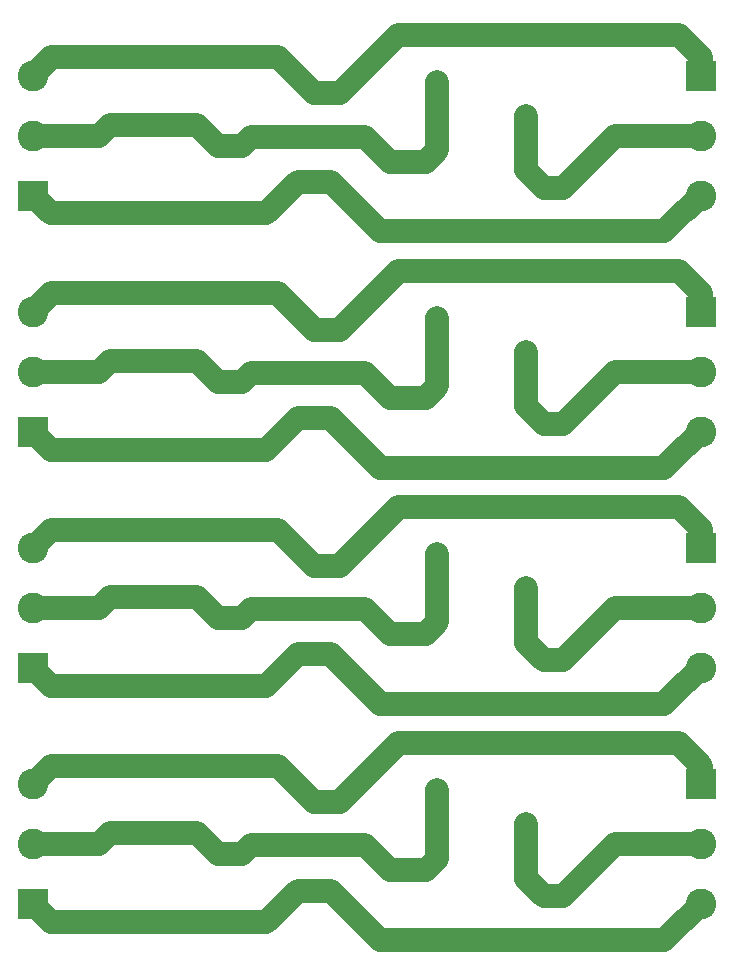
<source format=gbr>
G04 #@! TF.GenerationSoftware,KiCad,Pcbnew,5.1.5+dfsg1-2build2*
G04 #@! TF.CreationDate,2021-09-07T20:18:59-05:00*
G04 #@! TF.ProjectId,,58585858-5858-4585-9858-585858585858,rev?*
G04 #@! TF.SameCoordinates,Original*
G04 #@! TF.FileFunction,Copper,L2,Bot*
G04 #@! TF.FilePolarity,Positive*
%FSLAX46Y46*%
G04 Gerber Fmt 4.6, Leading zero omitted, Abs format (unit mm)*
G04 Created by KiCad (PCBNEW 5.1.5+dfsg1-2build2) date 2021-09-07 20:18:59*
%MOMM*%
%LPD*%
G04 APERTURE LIST*
%ADD10C,1.800000*%
%ADD11R,2.600000X2.600000*%
%ADD12C,2.600000*%
%ADD13C,2.000000*%
%ADD14C,2.000000*%
G04 APERTURE END LIST*
D10*
X149479000Y-90861000D03*
X148079000Y-98361000D03*
X149479000Y-70861000D03*
X148079000Y-78361000D03*
X149479000Y-50861000D03*
X148079000Y-58361000D03*
D11*
X125657000Y-99515000D03*
D12*
X125657000Y-94435000D03*
X125657000Y-89355000D03*
D11*
X125657000Y-79515000D03*
D12*
X125657000Y-74435000D03*
X125657000Y-69355000D03*
D11*
X125657000Y-59515000D03*
D12*
X125657000Y-54435000D03*
X125657000Y-49355000D03*
D10*
X134407000Y-101021000D03*
X135807000Y-93521000D03*
X134407000Y-81021000D03*
X135807000Y-73521000D03*
X134407000Y-61021000D03*
X135807000Y-53521000D03*
X141307000Y-95306000D03*
X142707000Y-87806000D03*
X141307000Y-75306000D03*
X142707000Y-67806000D03*
X141307000Y-55306000D03*
X142707000Y-47806000D03*
X167407000Y-92766000D03*
X159907000Y-89866000D03*
X167407000Y-72766000D03*
X159907000Y-69866000D03*
X167407000Y-52766000D03*
X159907000Y-49866000D03*
D13*
X168907000Y-98862000D03*
X158907000Y-96662000D03*
X168907000Y-78862000D03*
X158907000Y-76662000D03*
X168907000Y-58862000D03*
X158907000Y-56662000D03*
D11*
X182207000Y-89355000D03*
D12*
X182207000Y-94435000D03*
X182207000Y-99515000D03*
D11*
X182207000Y-69355000D03*
D12*
X182207000Y-74435000D03*
X182207000Y-79515000D03*
D11*
X182207000Y-49355000D03*
D12*
X182207000Y-54435000D03*
X182207000Y-59515000D03*
D10*
X148079000Y-38361000D03*
X149479000Y-30861000D03*
X142707000Y-27806000D03*
X141307000Y-35306000D03*
X135807000Y-33521000D03*
X134407000Y-41021000D03*
X159907000Y-29866000D03*
X167407000Y-32766000D03*
D13*
X158907000Y-36662000D03*
X168907000Y-38862000D03*
D12*
X182207000Y-39515000D03*
X182207000Y-34435000D03*
D11*
X182207000Y-29355000D03*
D12*
X125657000Y-29355000D03*
X125657000Y-34435000D03*
D11*
X125657000Y-39515000D03*
D14*
X127206000Y-27806000D02*
X125657000Y-29355000D01*
X142707000Y-27806000D02*
X127206000Y-27806000D01*
X146424000Y-27806000D02*
X149479000Y-30861000D01*
X142707000Y-27806000D02*
X146424000Y-27806000D01*
X182207000Y-29355000D02*
X182207000Y-27775000D01*
X182207000Y-27775000D02*
X180340000Y-25908000D01*
X180340000Y-25908000D02*
X156591000Y-25908000D01*
X151638000Y-30861000D02*
X149479000Y-30861000D01*
X156591000Y-25908000D02*
X151638000Y-30861000D01*
X127206000Y-47806000D02*
X125657000Y-49355000D01*
X127206000Y-67806000D02*
X125657000Y-69355000D01*
X127206000Y-87806000D02*
X125657000Y-89355000D01*
X182207000Y-47775000D02*
X180340000Y-45908000D01*
X182207000Y-67775000D02*
X180340000Y-65908000D01*
X182207000Y-87775000D02*
X180340000Y-85908000D01*
X151638000Y-50861000D02*
X149479000Y-50861000D01*
X151638000Y-70861000D02*
X149479000Y-70861000D01*
X151638000Y-90861000D02*
X149479000Y-90861000D01*
X156591000Y-45908000D02*
X151638000Y-50861000D01*
X156591000Y-65908000D02*
X151638000Y-70861000D01*
X156591000Y-85908000D02*
X151638000Y-90861000D01*
X142707000Y-47806000D02*
X127206000Y-47806000D01*
X142707000Y-67806000D02*
X127206000Y-67806000D01*
X142707000Y-87806000D02*
X127206000Y-87806000D01*
X180340000Y-45908000D02*
X156591000Y-45908000D01*
X180340000Y-65908000D02*
X156591000Y-65908000D01*
X180340000Y-85908000D02*
X156591000Y-85908000D01*
X182207000Y-49355000D02*
X182207000Y-47775000D01*
X182207000Y-69355000D02*
X182207000Y-67775000D01*
X182207000Y-89355000D02*
X182207000Y-87775000D01*
X146424000Y-47806000D02*
X149479000Y-50861000D01*
X146424000Y-67806000D02*
X149479000Y-70861000D01*
X146424000Y-87806000D02*
X149479000Y-90861000D01*
X142707000Y-47806000D02*
X146424000Y-47806000D01*
X142707000Y-67806000D02*
X146424000Y-67806000D01*
X142707000Y-87806000D02*
X146424000Y-87806000D01*
X125657000Y-34435000D02*
X131300000Y-34435000D01*
X132214000Y-33521000D02*
X135807000Y-33521000D01*
X131300000Y-34435000D02*
X132214000Y-33521000D01*
X139522000Y-33521000D02*
X141307000Y-35306000D01*
X135807000Y-33521000D02*
X139522000Y-33521000D01*
X141307000Y-35306000D02*
X143383000Y-35306000D01*
X143383000Y-35306000D02*
X144145000Y-34544000D01*
X144145000Y-34544000D02*
X153797000Y-34544000D01*
X155915000Y-36662000D02*
X158907000Y-36662000D01*
X153797000Y-34544000D02*
X155915000Y-36662000D01*
X159907000Y-35662000D02*
X158907000Y-36662000D01*
X159907000Y-29866000D02*
X159907000Y-35662000D01*
X144145000Y-54544000D02*
X153797000Y-54544000D01*
X144145000Y-74544000D02*
X153797000Y-74544000D01*
X144145000Y-94544000D02*
X153797000Y-94544000D01*
X131300000Y-54435000D02*
X132214000Y-53521000D01*
X131300000Y-74435000D02*
X132214000Y-73521000D01*
X131300000Y-94435000D02*
X132214000Y-93521000D01*
X153797000Y-54544000D02*
X155915000Y-56662000D01*
X153797000Y-74544000D02*
X155915000Y-76662000D01*
X153797000Y-94544000D02*
X155915000Y-96662000D01*
X141307000Y-55306000D02*
X143383000Y-55306000D01*
X141307000Y-75306000D02*
X143383000Y-75306000D01*
X141307000Y-95306000D02*
X143383000Y-95306000D01*
X132214000Y-53521000D02*
X135807000Y-53521000D01*
X132214000Y-73521000D02*
X135807000Y-73521000D01*
X132214000Y-93521000D02*
X135807000Y-93521000D01*
X159907000Y-49866000D02*
X159907000Y-55662000D01*
X159907000Y-69866000D02*
X159907000Y-75662000D01*
X159907000Y-89866000D02*
X159907000Y-95662000D01*
X139522000Y-53521000D02*
X141307000Y-55306000D01*
X139522000Y-73521000D02*
X141307000Y-75306000D01*
X139522000Y-93521000D02*
X141307000Y-95306000D01*
X159907000Y-55662000D02*
X158907000Y-56662000D01*
X159907000Y-75662000D02*
X158907000Y-76662000D01*
X159907000Y-95662000D02*
X158907000Y-96662000D01*
X125657000Y-54435000D02*
X131300000Y-54435000D01*
X125657000Y-74435000D02*
X131300000Y-74435000D01*
X125657000Y-94435000D02*
X131300000Y-94435000D01*
X143383000Y-55306000D02*
X144145000Y-54544000D01*
X143383000Y-75306000D02*
X144145000Y-74544000D01*
X143383000Y-95306000D02*
X144145000Y-94544000D01*
X135807000Y-53521000D02*
X139522000Y-53521000D01*
X135807000Y-73521000D02*
X139522000Y-73521000D01*
X135807000Y-93521000D02*
X139522000Y-93521000D01*
X155915000Y-56662000D02*
X158907000Y-56662000D01*
X155915000Y-76662000D02*
X158907000Y-76662000D01*
X155915000Y-96662000D02*
X158907000Y-96662000D01*
X127163000Y-41021000D02*
X125657000Y-39515000D01*
X134407000Y-41021000D02*
X127163000Y-41021000D01*
X145419000Y-41021000D02*
X148079000Y-38361000D01*
X134407000Y-41021000D02*
X145419000Y-41021000D01*
X180907001Y-40814999D02*
X180800001Y-40814999D01*
X182207000Y-39515000D02*
X180907001Y-40814999D01*
X180800001Y-40814999D02*
X179070000Y-42545000D01*
X179070000Y-42545000D02*
X155067000Y-42545000D01*
X150883000Y-38361000D02*
X148079000Y-38361000D01*
X155067000Y-42545000D02*
X150883000Y-38361000D01*
X180907001Y-60814999D02*
X180800001Y-60814999D01*
X180907001Y-80814999D02*
X180800001Y-80814999D01*
X180907001Y-100814999D02*
X180800001Y-100814999D01*
X150883000Y-58361000D02*
X148079000Y-58361000D01*
X150883000Y-78361000D02*
X148079000Y-78361000D01*
X150883000Y-98361000D02*
X148079000Y-98361000D01*
X180800001Y-60814999D02*
X179070000Y-62545000D01*
X180800001Y-80814999D02*
X179070000Y-82545000D01*
X180800001Y-100814999D02*
X179070000Y-102545000D01*
X179070000Y-62545000D02*
X155067000Y-62545000D01*
X179070000Y-82545000D02*
X155067000Y-82545000D01*
X179070000Y-102545000D02*
X155067000Y-102545000D01*
X145419000Y-61021000D02*
X148079000Y-58361000D01*
X145419000Y-81021000D02*
X148079000Y-78361000D01*
X145419000Y-101021000D02*
X148079000Y-98361000D01*
X134407000Y-61021000D02*
X127163000Y-61021000D01*
X134407000Y-81021000D02*
X127163000Y-81021000D01*
X134407000Y-101021000D02*
X127163000Y-101021000D01*
X127163000Y-61021000D02*
X125657000Y-59515000D01*
X127163000Y-81021000D02*
X125657000Y-79515000D01*
X127163000Y-101021000D02*
X125657000Y-99515000D01*
X182207000Y-59515000D02*
X180907001Y-60814999D01*
X182207000Y-79515000D02*
X180907001Y-80814999D01*
X182207000Y-99515000D02*
X180907001Y-100814999D01*
X134407000Y-61021000D02*
X145419000Y-61021000D01*
X134407000Y-81021000D02*
X145419000Y-81021000D01*
X134407000Y-101021000D02*
X145419000Y-101021000D01*
X155067000Y-62545000D02*
X150883000Y-58361000D01*
X155067000Y-82545000D02*
X150883000Y-78361000D01*
X155067000Y-102545000D02*
X150883000Y-98361000D01*
X167407000Y-37362000D02*
X168907000Y-38862000D01*
X167407000Y-32766000D02*
X167407000Y-37362000D01*
X182207000Y-34435000D02*
X174988000Y-34435000D01*
X170561000Y-38862000D02*
X168907000Y-38862000D01*
X174988000Y-34435000D02*
X170561000Y-38862000D01*
X174988000Y-54435000D02*
X170561000Y-58862000D01*
X174988000Y-74435000D02*
X170561000Y-78862000D01*
X174988000Y-94435000D02*
X170561000Y-98862000D01*
X182207000Y-54435000D02*
X174988000Y-54435000D01*
X182207000Y-74435000D02*
X174988000Y-74435000D01*
X182207000Y-94435000D02*
X174988000Y-94435000D01*
X167407000Y-57362000D02*
X168907000Y-58862000D01*
X167407000Y-77362000D02*
X168907000Y-78862000D01*
X167407000Y-97362000D02*
X168907000Y-98862000D01*
X170561000Y-58862000D02*
X168907000Y-58862000D01*
X170561000Y-78862000D02*
X168907000Y-78862000D01*
X170561000Y-98862000D02*
X168907000Y-98862000D01*
X167407000Y-52766000D02*
X167407000Y-57362000D01*
X167407000Y-72766000D02*
X167407000Y-77362000D01*
X167407000Y-92766000D02*
X167407000Y-97362000D01*
M02*

</source>
